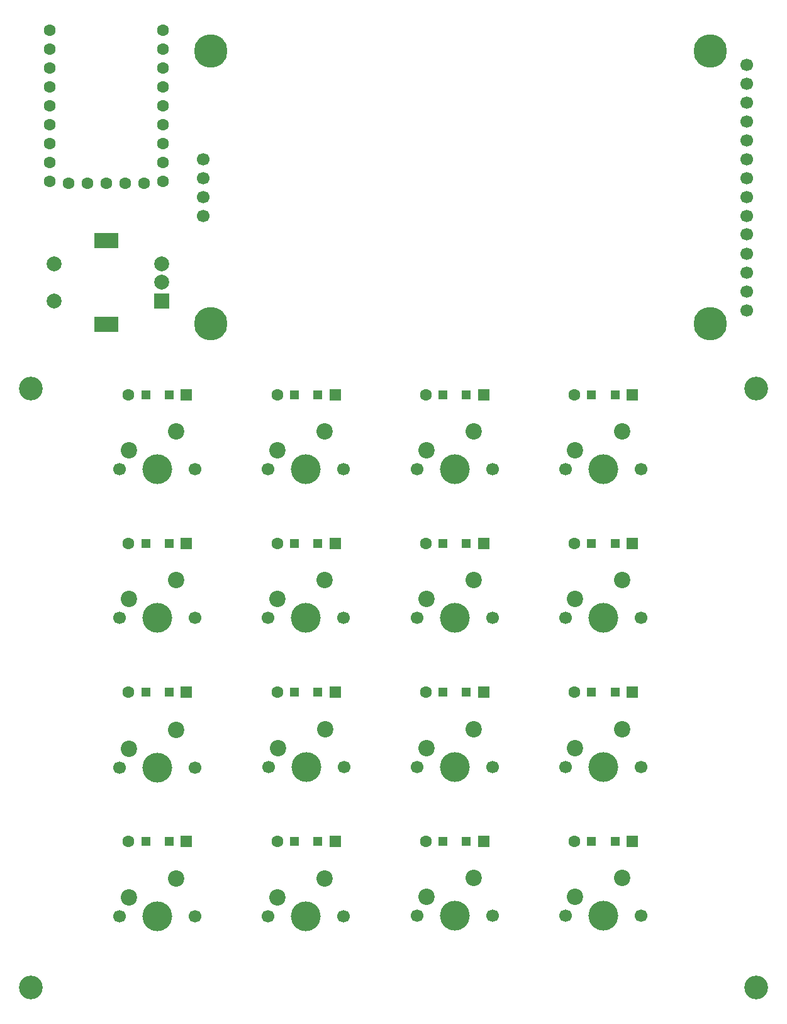
<source format=gbr>
%TF.GenerationSoftware,KiCad,Pcbnew,(6.0.4)*%
%TF.CreationDate,2022-05-01T23:44:28+08:00*%
%TF.ProjectId,RP2040_16Key_ili9341_LCD_keypad,52503230-3430-45f3-9136-4b65795f696c,rev?*%
%TF.SameCoordinates,Original*%
%TF.FileFunction,Soldermask,Top*%
%TF.FilePolarity,Negative*%
%FSLAX46Y46*%
G04 Gerber Fmt 4.6, Leading zero omitted, Abs format (unit mm)*
G04 Created by KiCad (PCBNEW (6.0.4)) date 2022-05-01 23:44:28*
%MOMM*%
%LPD*%
G01*
G04 APERTURE LIST*
%ADD10C,1.700000*%
%ADD11C,4.000000*%
%ADD12C,2.200000*%
%ADD13R,1.600000X1.600000*%
%ADD14R,1.200000X1.200000*%
%ADD15C,1.600000*%
%ADD16R,2.000000X2.000000*%
%ADD17C,2.000000*%
%ADD18R,3.200000X2.000000*%
%ADD19C,3.200000*%
%ADD20C,4.500000*%
G04 APERTURE END LIST*
D10*
%TO.C,K4*%
X117606667Y-96260000D03*
D11*
X122686667Y-96260000D03*
D10*
X127766667Y-96260000D03*
D12*
X125226667Y-91180000D03*
X118876667Y-93720000D03*
%TD*%
D13*
%TO.C,D7*%
X106586667Y-106260000D03*
D14*
X104261667Y-106260000D03*
D15*
X98786667Y-106260000D03*
D14*
X101111667Y-106260000D03*
%TD*%
D13*
%TO.C,D14*%
X86586667Y-146260000D03*
D14*
X84261667Y-146260000D03*
X81111667Y-146260000D03*
D15*
X78786667Y-146260000D03*
%TD*%
D13*
%TO.C,D13*%
X66586667Y-146260000D03*
D14*
X64261667Y-146260000D03*
X61111667Y-146260000D03*
D15*
X58786667Y-146260000D03*
%TD*%
D14*
%TO.C,D10*%
X84261667Y-126260000D03*
D13*
X86586667Y-126260000D03*
D14*
X81111667Y-126260000D03*
D15*
X78786667Y-126260000D03*
%TD*%
D11*
%TO.C,K8*%
X122686667Y-116260000D03*
D10*
X127766667Y-116260000D03*
X117606667Y-116260000D03*
D12*
X125226667Y-111180000D03*
X118876667Y-113720000D03*
%TD*%
D14*
%TO.C,D4*%
X124261667Y-86260000D03*
D13*
X126586667Y-86260000D03*
D14*
X121111667Y-86260000D03*
D15*
X118786667Y-86260000D03*
%TD*%
D10*
%TO.C,K5*%
X67726667Y-116260000D03*
X57566667Y-116260000D03*
D11*
X62646667Y-116260000D03*
D12*
X65186667Y-111180000D03*
X58836667Y-113720000D03*
%TD*%
D13*
%TO.C,D9*%
X66586667Y-126260000D03*
D14*
X64261667Y-126260000D03*
D15*
X58786667Y-126260000D03*
D14*
X61111667Y-126260000D03*
%TD*%
D11*
%TO.C,K11*%
X102686667Y-136260000D03*
D10*
X97606667Y-136260000D03*
X107766667Y-136260000D03*
D12*
X105226667Y-131180000D03*
X98876667Y-133720000D03*
%TD*%
D10*
%TO.C,K3*%
X107753333Y-96260000D03*
D11*
X102673333Y-96260000D03*
D10*
X97593333Y-96260000D03*
D12*
X105213333Y-91180000D03*
X98863333Y-93720000D03*
%TD*%
D14*
%TO.C,D12*%
X124261667Y-126260000D03*
D13*
X126586667Y-126260000D03*
D15*
X118786667Y-126260000D03*
D14*
X121111667Y-126260000D03*
%TD*%
D10*
%TO.C,K1*%
X67726667Y-96260000D03*
X57566667Y-96260000D03*
D11*
X62646667Y-96260000D03*
D12*
X65186667Y-91180000D03*
X58836667Y-93720000D03*
%TD*%
D16*
%TO.C,SW1*%
X63280000Y-73640000D03*
D17*
X63280000Y-68640000D03*
X63280000Y-71140000D03*
D18*
X55780000Y-65540000D03*
X55780000Y-76740000D03*
D17*
X48780000Y-68640000D03*
X48780000Y-73640000D03*
%TD*%
D13*
%TO.C,D1*%
X66586667Y-86260000D03*
D14*
X64261667Y-86260000D03*
D15*
X58786667Y-86260000D03*
D14*
X61111667Y-86260000D03*
%TD*%
D13*
%TO.C,D2*%
X86586667Y-86260000D03*
D14*
X84261667Y-86260000D03*
D15*
X78786667Y-86260000D03*
D14*
X81111667Y-86260000D03*
%TD*%
D19*
%TO.C,REF\u002A\u002A*%
X45610000Y-85400000D03*
%TD*%
D14*
%TO.C,D11*%
X104261667Y-126260000D03*
D13*
X106586667Y-126260000D03*
D15*
X98786667Y-126260000D03*
D14*
X101111667Y-126260000D03*
%TD*%
D10*
%TO.C,K10*%
X77606667Y-136260000D03*
X87766667Y-136260000D03*
D11*
X82686667Y-136260000D03*
D12*
X85226667Y-131180000D03*
X78876667Y-133720000D03*
%TD*%
D10*
%TO.C,K16*%
X117606667Y-156260000D03*
D11*
X122686667Y-156260000D03*
D10*
X127766667Y-156260000D03*
D12*
X125226667Y-151180000D03*
X118876667Y-153720000D03*
%TD*%
D13*
%TO.C,D8*%
X126586667Y-106260000D03*
D14*
X124261667Y-106260000D03*
X121111667Y-106260000D03*
D15*
X118786667Y-106260000D03*
%TD*%
D10*
%TO.C,K7*%
X97593333Y-116260000D03*
D11*
X102673333Y-116260000D03*
D10*
X107753333Y-116260000D03*
D12*
X105213333Y-111180000D03*
X98863333Y-113720000D03*
%TD*%
D11*
%TO.C,K15*%
X102686667Y-156260000D03*
D10*
X97606667Y-156260000D03*
X107766667Y-156260000D03*
D12*
X105226667Y-151180000D03*
X98876667Y-153720000D03*
%TD*%
D19*
%TO.C,REF\u002A\u002A*%
X143260000Y-165960000D03*
%TD*%
D11*
%TO.C,K13*%
X62686667Y-156340000D03*
D10*
X67766667Y-156340000D03*
X57606667Y-156340000D03*
D12*
X65226667Y-151260000D03*
X58876667Y-153800000D03*
%TD*%
D14*
%TO.C,D15*%
X104261667Y-146260000D03*
D13*
X106586667Y-146260000D03*
D14*
X101111667Y-146260000D03*
D15*
X98786667Y-146260000D03*
%TD*%
D19*
%TO.C,REF\u002A\u002A*%
X143260000Y-85400000D03*
%TD*%
D13*
%TO.C,D5*%
X66586667Y-106260000D03*
D14*
X64261667Y-106260000D03*
X61111667Y-106260000D03*
D15*
X58786667Y-106260000D03*
%TD*%
D13*
%TO.C,D16*%
X126586667Y-146260000D03*
D14*
X124261667Y-146260000D03*
D15*
X118786667Y-146260000D03*
D14*
X121111667Y-146260000D03*
%TD*%
D10*
%TO.C,K12*%
X127766667Y-136260000D03*
D11*
X122686667Y-136260000D03*
D10*
X117606667Y-136260000D03*
D12*
X125226667Y-131180000D03*
X118876667Y-133720000D03*
%TD*%
D20*
%TO.C,U1*%
X69830000Y-76730000D03*
X137090000Y-76730000D03*
X137090000Y-40010000D03*
X69830000Y-40010000D03*
D10*
X142010000Y-74880000D03*
X142010000Y-72340000D03*
X142010000Y-69800000D03*
X142010000Y-67260000D03*
X142010000Y-64630000D03*
X142010000Y-62180000D03*
X142010000Y-59640000D03*
X142010000Y-57100000D03*
X142010000Y-54560000D03*
X142010000Y-52020000D03*
X142010000Y-49480000D03*
X142010000Y-46940000D03*
X142010000Y-44400000D03*
X142010000Y-41860000D03*
X68830000Y-62180000D03*
X68830000Y-59640000D03*
X68830000Y-57100000D03*
X68830000Y-54560000D03*
%TD*%
D14*
%TO.C,D6*%
X84261667Y-106260000D03*
D13*
X86586667Y-106260000D03*
D15*
X78786667Y-106260000D03*
D14*
X81111667Y-106260000D03*
%TD*%
D15*
%TO.C,RZ1*%
X63385000Y-37250000D03*
X63385000Y-39790000D03*
X63385000Y-42330000D03*
X63385000Y-44870000D03*
X63385000Y-47410000D03*
X63385000Y-49950000D03*
X63385000Y-52490000D03*
X63385000Y-55030000D03*
X63385000Y-57570000D03*
X60845000Y-57780000D03*
X58305000Y-57780000D03*
X55765000Y-57780000D03*
X53225000Y-57780000D03*
X50685000Y-57780000D03*
X48145000Y-57570000D03*
X48145000Y-55030000D03*
X48145000Y-52490000D03*
X48145000Y-49950000D03*
X48145000Y-47410000D03*
X48145000Y-44870000D03*
X48145000Y-42330000D03*
X48145000Y-37250000D03*
X48145000Y-39790000D03*
%TD*%
D11*
%TO.C,K6*%
X82660000Y-116260000D03*
D10*
X87740000Y-116260000D03*
X77580000Y-116260000D03*
D12*
X85200000Y-111180000D03*
X78850000Y-113720000D03*
%TD*%
D10*
%TO.C,K2*%
X87740000Y-96260000D03*
D11*
X82660000Y-96260000D03*
D10*
X77580000Y-96260000D03*
D12*
X85200000Y-91180000D03*
X78850000Y-93720000D03*
%TD*%
D19*
%TO.C,REF\u002A\u002A*%
X45610000Y-165960000D03*
%TD*%
D10*
%TO.C,K9*%
X67726667Y-136340000D03*
X57566667Y-136340000D03*
D11*
X62646667Y-136340000D03*
D12*
X65186667Y-131260000D03*
X58836667Y-133800000D03*
%TD*%
D10*
%TO.C,K14*%
X87726667Y-156340000D03*
X77566667Y-156340000D03*
D11*
X82646667Y-156340000D03*
D12*
X85186667Y-151260000D03*
X78836667Y-153800000D03*
%TD*%
D13*
%TO.C,D3*%
X106586667Y-86260000D03*
D14*
X104261667Y-86260000D03*
D15*
X98786667Y-86260000D03*
D14*
X101111667Y-86260000D03*
%TD*%
M02*

</source>
